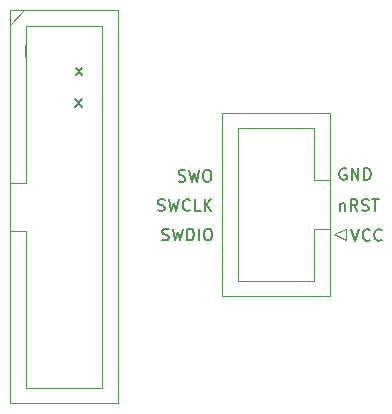
<source format=gbr>
%TF.GenerationSoftware,KiCad,Pcbnew,(6.0.0-0)*%
%TF.CreationDate,2022-03-26T15:15:51+01:00*%
%TF.ProjectId,ARM20CTX,41524d32-3043-4545-982e-6b696361645f,rev?*%
%TF.SameCoordinates,Original*%
%TF.FileFunction,Legend,Top*%
%TF.FilePolarity,Positive*%
%FSLAX46Y46*%
G04 Gerber Fmt 4.6, Leading zero omitted, Abs format (unit mm)*
G04 Created by KiCad (PCBNEW (6.0.0-0)) date 2022-03-26 15:15:51*
%MOMM*%
%LPD*%
G01*
G04 APERTURE LIST*
%ADD10C,0.150000*%
%ADD11C,0.120000*%
G04 APERTURE END LIST*
D10*
X122224800Y-68783200D02*
X122224800Y-67818000D01*
X126433295Y-73045580D02*
X126957104Y-72378914D01*
X126433295Y-72378914D02*
X126957104Y-73045580D01*
X149796666Y-83373980D02*
X150130000Y-84373980D01*
X150463333Y-83373980D01*
X151368095Y-84278742D02*
X151320476Y-84326361D01*
X151177619Y-84373980D01*
X151082380Y-84373980D01*
X150939523Y-84326361D01*
X150844285Y-84231123D01*
X150796666Y-84135885D01*
X150749047Y-83945409D01*
X150749047Y-83802552D01*
X150796666Y-83612076D01*
X150844285Y-83516838D01*
X150939523Y-83421600D01*
X151082380Y-83373980D01*
X151177619Y-83373980D01*
X151320476Y-83421600D01*
X151368095Y-83469219D01*
X152368095Y-84278742D02*
X152320476Y-84326361D01*
X152177619Y-84373980D01*
X152082380Y-84373980D01*
X151939523Y-84326361D01*
X151844285Y-84231123D01*
X151796666Y-84135885D01*
X151749047Y-83945409D01*
X151749047Y-83802552D01*
X151796666Y-83612076D01*
X151844285Y-83516838D01*
X151939523Y-83421600D01*
X152082380Y-83373980D01*
X152177619Y-83373980D01*
X152320476Y-83421600D01*
X152368095Y-83469219D01*
X133424895Y-81786361D02*
X133567752Y-81833980D01*
X133805847Y-81833980D01*
X133901085Y-81786361D01*
X133948704Y-81738742D01*
X133996323Y-81643504D01*
X133996323Y-81548266D01*
X133948704Y-81453028D01*
X133901085Y-81405409D01*
X133805847Y-81357790D01*
X133615371Y-81310171D01*
X133520133Y-81262552D01*
X133472514Y-81214933D01*
X133424895Y-81119695D01*
X133424895Y-81024457D01*
X133472514Y-80929219D01*
X133520133Y-80881600D01*
X133615371Y-80833980D01*
X133853466Y-80833980D01*
X133996323Y-80881600D01*
X134329657Y-80833980D02*
X134567752Y-81833980D01*
X134758228Y-81119695D01*
X134948704Y-81833980D01*
X135186800Y-80833980D01*
X136139180Y-81738742D02*
X136091561Y-81786361D01*
X135948704Y-81833980D01*
X135853466Y-81833980D01*
X135710609Y-81786361D01*
X135615371Y-81691123D01*
X135567752Y-81595885D01*
X135520133Y-81405409D01*
X135520133Y-81262552D01*
X135567752Y-81072076D01*
X135615371Y-80976838D01*
X135710609Y-80881600D01*
X135853466Y-80833980D01*
X135948704Y-80833980D01*
X136091561Y-80881600D01*
X136139180Y-80929219D01*
X137043942Y-81833980D02*
X136567752Y-81833980D01*
X136567752Y-80833980D01*
X137377276Y-81833980D02*
X137377276Y-80833980D01*
X137948704Y-81833980D02*
X137520133Y-81262552D01*
X137948704Y-80833980D02*
X137377276Y-81405409D01*
X135169447Y-79297161D02*
X135312304Y-79344780D01*
X135550400Y-79344780D01*
X135645638Y-79297161D01*
X135693257Y-79249542D01*
X135740876Y-79154304D01*
X135740876Y-79059066D01*
X135693257Y-78963828D01*
X135645638Y-78916209D01*
X135550400Y-78868590D01*
X135359923Y-78820971D01*
X135264685Y-78773352D01*
X135217066Y-78725733D01*
X135169447Y-78630495D01*
X135169447Y-78535257D01*
X135217066Y-78440019D01*
X135264685Y-78392400D01*
X135359923Y-78344780D01*
X135598019Y-78344780D01*
X135740876Y-78392400D01*
X136074209Y-78344780D02*
X136312304Y-79344780D01*
X136502780Y-78630495D01*
X136693257Y-79344780D01*
X136931352Y-78344780D01*
X137502780Y-78344780D02*
X137693257Y-78344780D01*
X137788495Y-78392400D01*
X137883733Y-78487638D01*
X137931352Y-78678114D01*
X137931352Y-79011447D01*
X137883733Y-79201923D01*
X137788495Y-79297161D01*
X137693257Y-79344780D01*
X137502780Y-79344780D01*
X137407542Y-79297161D01*
X137312304Y-79201923D01*
X137264685Y-79011447D01*
X137264685Y-78678114D01*
X137312304Y-78487638D01*
X137407542Y-78392400D01*
X137502780Y-78344780D01*
X148847371Y-81167314D02*
X148847371Y-81833980D01*
X148847371Y-81262552D02*
X148894990Y-81214933D01*
X148990228Y-81167314D01*
X149133085Y-81167314D01*
X149228323Y-81214933D01*
X149275942Y-81310171D01*
X149275942Y-81833980D01*
X150323561Y-81833980D02*
X149990228Y-81357790D01*
X149752133Y-81833980D02*
X149752133Y-80833980D01*
X150133085Y-80833980D01*
X150228323Y-80881600D01*
X150275942Y-80929219D01*
X150323561Y-81024457D01*
X150323561Y-81167314D01*
X150275942Y-81262552D01*
X150228323Y-81310171D01*
X150133085Y-81357790D01*
X149752133Y-81357790D01*
X150704514Y-81786361D02*
X150847371Y-81833980D01*
X151085466Y-81833980D01*
X151180704Y-81786361D01*
X151228323Y-81738742D01*
X151275942Y-81643504D01*
X151275942Y-81548266D01*
X151228323Y-81453028D01*
X151180704Y-81405409D01*
X151085466Y-81357790D01*
X150894990Y-81310171D01*
X150799752Y-81262552D01*
X150752133Y-81214933D01*
X150704514Y-81119695D01*
X150704514Y-81024457D01*
X150752133Y-80929219D01*
X150799752Y-80881600D01*
X150894990Y-80833980D01*
X151133085Y-80833980D01*
X151275942Y-80881600D01*
X151561657Y-80833980D02*
X152133085Y-80833980D01*
X151847371Y-81833980D02*
X151847371Y-80833980D01*
X126484095Y-70353180D02*
X127007904Y-69686514D01*
X126484095Y-69686514D02*
X127007904Y-70353180D01*
X149352095Y-78240000D02*
X149256857Y-78192380D01*
X149114000Y-78192380D01*
X148971142Y-78240000D01*
X148875904Y-78335238D01*
X148828285Y-78430476D01*
X148780666Y-78620952D01*
X148780666Y-78763809D01*
X148828285Y-78954285D01*
X148875904Y-79049523D01*
X148971142Y-79144761D01*
X149114000Y-79192380D01*
X149209238Y-79192380D01*
X149352095Y-79144761D01*
X149399714Y-79097142D01*
X149399714Y-78763809D01*
X149209238Y-78763809D01*
X149828285Y-79192380D02*
X149828285Y-78192380D01*
X150399714Y-79192380D01*
X150399714Y-78192380D01*
X150875904Y-79192380D02*
X150875904Y-78192380D01*
X151114000Y-78192380D01*
X151256857Y-78240000D01*
X151352095Y-78335238D01*
X151399714Y-78430476D01*
X151447333Y-78620952D01*
X151447333Y-78763809D01*
X151399714Y-78954285D01*
X151352095Y-79049523D01*
X151256857Y-79144761D01*
X151114000Y-79192380D01*
X150875904Y-79192380D01*
X133770952Y-84275561D02*
X133913809Y-84323180D01*
X134151904Y-84323180D01*
X134247142Y-84275561D01*
X134294761Y-84227942D01*
X134342380Y-84132704D01*
X134342380Y-84037466D01*
X134294761Y-83942228D01*
X134247142Y-83894609D01*
X134151904Y-83846990D01*
X133961428Y-83799371D01*
X133866190Y-83751752D01*
X133818571Y-83704133D01*
X133770952Y-83608895D01*
X133770952Y-83513657D01*
X133818571Y-83418419D01*
X133866190Y-83370800D01*
X133961428Y-83323180D01*
X134199523Y-83323180D01*
X134342380Y-83370800D01*
X134675714Y-83323180D02*
X134913809Y-84323180D01*
X135104285Y-83608895D01*
X135294761Y-84323180D01*
X135532857Y-83323180D01*
X135913809Y-84323180D02*
X135913809Y-83323180D01*
X136151904Y-83323180D01*
X136294761Y-83370800D01*
X136390000Y-83466038D01*
X136437619Y-83561276D01*
X136485238Y-83751752D01*
X136485238Y-83894609D01*
X136437619Y-84085085D01*
X136390000Y-84180323D01*
X136294761Y-84275561D01*
X136151904Y-84323180D01*
X135913809Y-84323180D01*
X136913809Y-84323180D02*
X136913809Y-83323180D01*
X137580476Y-83323180D02*
X137770952Y-83323180D01*
X137866190Y-83370800D01*
X137961428Y-83466038D01*
X138009047Y-83656514D01*
X138009047Y-83989847D01*
X137961428Y-84180323D01*
X137866190Y-84275561D01*
X137770952Y-84323180D01*
X137580476Y-84323180D01*
X137485238Y-84275561D01*
X137390000Y-84180323D01*
X137342380Y-83989847D01*
X137342380Y-83656514D01*
X137390000Y-83466038D01*
X137485238Y-83370800D01*
X137580476Y-83323180D01*
D11*
%TO.C,J1*%
X122226001Y-83533200D02*
X120916001Y-83533200D01*
X122226001Y-83533200D02*
X122226001Y-83533200D01*
X122226001Y-96823200D02*
X122226001Y-83533200D01*
X128726001Y-96823200D02*
X122226001Y-96823200D01*
X128726001Y-66143200D02*
X128726001Y-96823200D01*
X122226001Y-66143200D02*
X128726001Y-66143200D01*
X122226001Y-79433200D02*
X122226001Y-66143200D01*
X120916001Y-79433200D02*
X122226001Y-79433200D01*
X120916001Y-98123200D02*
X120916001Y-64843200D01*
X130036001Y-98123200D02*
X120916001Y-98123200D01*
X130036001Y-64843200D02*
X130036001Y-98123200D01*
X120916001Y-64843200D02*
X130036001Y-64843200D01*
X120906001Y-66053200D02*
X122106001Y-64853200D01*
%TO.C,J2*%
X146676400Y-87730000D02*
X140176400Y-87730000D01*
X147986400Y-89030000D02*
X138866400Y-89030000D01*
X148376400Y-83820000D02*
X149376400Y-84320000D01*
X146676400Y-74830000D02*
X146676400Y-79230000D01*
X146676400Y-79230000D02*
X147986400Y-79230000D01*
X147986400Y-73530000D02*
X147986400Y-89030000D01*
X147986400Y-83330000D02*
X146676400Y-83330000D01*
X149376400Y-84320000D02*
X149376400Y-83320000D01*
X138866400Y-73530000D02*
X147986400Y-73530000D01*
X140176400Y-74830000D02*
X146676400Y-74830000D01*
X146676400Y-83330000D02*
X146676400Y-87730000D01*
X140176400Y-87730000D02*
X140176400Y-74830000D01*
X149376400Y-83320000D02*
X148376400Y-83820000D01*
X138866400Y-89030000D02*
X138866400Y-73530000D01*
X146676400Y-79230000D02*
X146676400Y-79230000D01*
%TD*%
M02*

</source>
